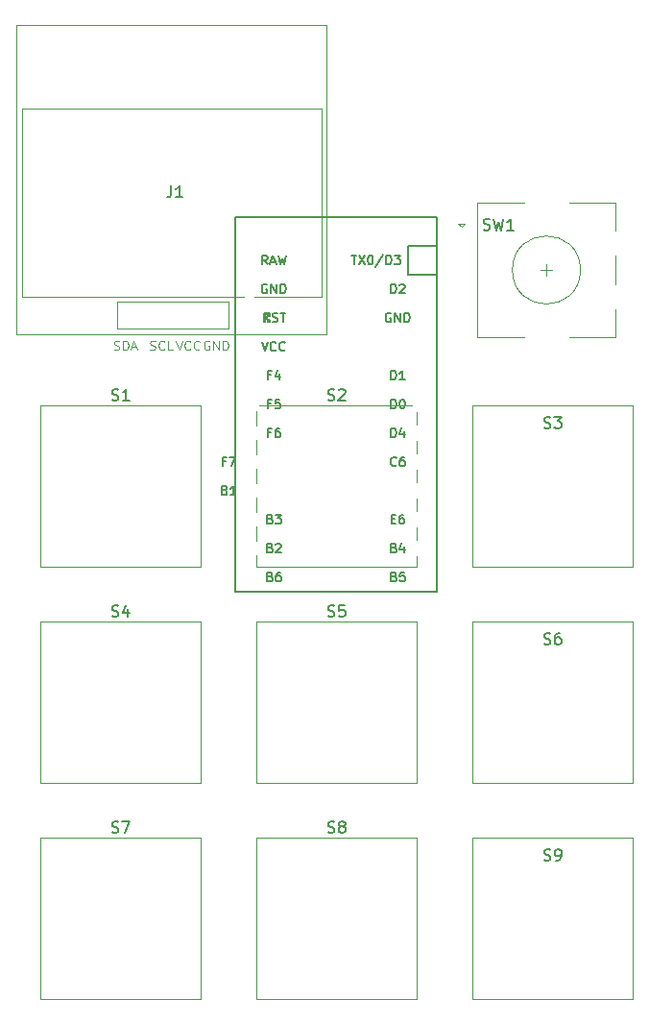
<source format=gto>
%TF.GenerationSoftware,KiCad,Pcbnew,8.0.4*%
%TF.CreationDate,2024-07-27T19:33:33+02:00*%
%TF.ProjectId,pcb_macropad,7063625f-6d61-4637-926f-7061642e6b69,rev?*%
%TF.SameCoordinates,Original*%
%TF.FileFunction,Legend,Top*%
%TF.FilePolarity,Positive*%
%FSLAX46Y46*%
G04 Gerber Fmt 4.6, Leading zero omitted, Abs format (unit mm)*
G04 Created by KiCad (PCBNEW 8.0.4) date 2024-07-27 19:33:33*
%MOMM*%
%LPD*%
G01*
G04 APERTURE LIST*
%ADD10C,0.100000*%
%ADD11C,0.150000*%
%ADD12C,0.120000*%
%ADD13C,0.200000*%
%ADD14R,1.752600X1.752600*%
%ADD15C,1.752600*%
%ADD16C,3.200000*%
%ADD17C,1.750000*%
%ADD18C,4.000000*%
%ADD19C,2.500000*%
%ADD20O,1.600000X2.000000*%
%ADD21R,2.000000X2.000000*%
%ADD22C,2.000000*%
%ADD23R,3.200000X2.000000*%
%ADD24R,1.600000X1.600000*%
%ADD25O,1.600000X1.600000*%
G04 APERTURE END LIST*
D10*
X70626979Y-48468145D02*
X70893646Y-49268145D01*
X70893646Y-49268145D02*
X71160312Y-48468145D01*
X71884122Y-49191954D02*
X71846026Y-49230050D01*
X71846026Y-49230050D02*
X71731741Y-49268145D01*
X71731741Y-49268145D02*
X71655550Y-49268145D01*
X71655550Y-49268145D02*
X71541264Y-49230050D01*
X71541264Y-49230050D02*
X71465074Y-49153859D01*
X71465074Y-49153859D02*
X71426979Y-49077669D01*
X71426979Y-49077669D02*
X71388883Y-48925288D01*
X71388883Y-48925288D02*
X71388883Y-48811002D01*
X71388883Y-48811002D02*
X71426979Y-48658621D01*
X71426979Y-48658621D02*
X71465074Y-48582430D01*
X71465074Y-48582430D02*
X71541264Y-48506240D01*
X71541264Y-48506240D02*
X71655550Y-48468145D01*
X71655550Y-48468145D02*
X71731741Y-48468145D01*
X71731741Y-48468145D02*
X71846026Y-48506240D01*
X71846026Y-48506240D02*
X71884122Y-48544335D01*
X72684122Y-49191954D02*
X72646026Y-49230050D01*
X72646026Y-49230050D02*
X72531741Y-49268145D01*
X72531741Y-49268145D02*
X72455550Y-49268145D01*
X72455550Y-49268145D02*
X72341264Y-49230050D01*
X72341264Y-49230050D02*
X72265074Y-49153859D01*
X72265074Y-49153859D02*
X72226979Y-49077669D01*
X72226979Y-49077669D02*
X72188883Y-48925288D01*
X72188883Y-48925288D02*
X72188883Y-48811002D01*
X72188883Y-48811002D02*
X72226979Y-48658621D01*
X72226979Y-48658621D02*
X72265074Y-48582430D01*
X72265074Y-48582430D02*
X72341264Y-48506240D01*
X72341264Y-48506240D02*
X72455550Y-48468145D01*
X72455550Y-48468145D02*
X72531741Y-48468145D01*
X72531741Y-48468145D02*
X72646026Y-48506240D01*
X72646026Y-48506240D02*
X72684122Y-48544335D01*
X73541562Y-48506240D02*
X73465372Y-48468145D01*
X73465372Y-48468145D02*
X73351086Y-48468145D01*
X73351086Y-48468145D02*
X73236800Y-48506240D01*
X73236800Y-48506240D02*
X73160610Y-48582430D01*
X73160610Y-48582430D02*
X73122515Y-48658621D01*
X73122515Y-48658621D02*
X73084419Y-48811002D01*
X73084419Y-48811002D02*
X73084419Y-48925288D01*
X73084419Y-48925288D02*
X73122515Y-49077669D01*
X73122515Y-49077669D02*
X73160610Y-49153859D01*
X73160610Y-49153859D02*
X73236800Y-49230050D01*
X73236800Y-49230050D02*
X73351086Y-49268145D01*
X73351086Y-49268145D02*
X73427277Y-49268145D01*
X73427277Y-49268145D02*
X73541562Y-49230050D01*
X73541562Y-49230050D02*
X73579658Y-49191954D01*
X73579658Y-49191954D02*
X73579658Y-48925288D01*
X73579658Y-48925288D02*
X73427277Y-48925288D01*
X73922515Y-49268145D02*
X73922515Y-48468145D01*
X73922515Y-48468145D02*
X74379658Y-49268145D01*
X74379658Y-49268145D02*
X74379658Y-48468145D01*
X74760610Y-49268145D02*
X74760610Y-48468145D01*
X74760610Y-48468145D02*
X74951086Y-48468145D01*
X74951086Y-48468145D02*
X75065372Y-48506240D01*
X75065372Y-48506240D02*
X75141562Y-48582430D01*
X75141562Y-48582430D02*
X75179657Y-48658621D01*
X75179657Y-48658621D02*
X75217753Y-48811002D01*
X75217753Y-48811002D02*
X75217753Y-48925288D01*
X75217753Y-48925288D02*
X75179657Y-49077669D01*
X75179657Y-49077669D02*
X75141562Y-49153859D01*
X75141562Y-49153859D02*
X75065372Y-49230050D01*
X75065372Y-49230050D02*
X74951086Y-49268145D01*
X74951086Y-49268145D02*
X74760610Y-49268145D01*
X68321919Y-49230050D02*
X68436205Y-49268145D01*
X68436205Y-49268145D02*
X68626681Y-49268145D01*
X68626681Y-49268145D02*
X68702872Y-49230050D01*
X68702872Y-49230050D02*
X68740967Y-49191954D01*
X68740967Y-49191954D02*
X68779062Y-49115764D01*
X68779062Y-49115764D02*
X68779062Y-49039573D01*
X68779062Y-49039573D02*
X68740967Y-48963383D01*
X68740967Y-48963383D02*
X68702872Y-48925288D01*
X68702872Y-48925288D02*
X68626681Y-48887192D01*
X68626681Y-48887192D02*
X68474300Y-48849097D01*
X68474300Y-48849097D02*
X68398110Y-48811002D01*
X68398110Y-48811002D02*
X68360015Y-48772907D01*
X68360015Y-48772907D02*
X68321919Y-48696716D01*
X68321919Y-48696716D02*
X68321919Y-48620526D01*
X68321919Y-48620526D02*
X68360015Y-48544335D01*
X68360015Y-48544335D02*
X68398110Y-48506240D01*
X68398110Y-48506240D02*
X68474300Y-48468145D01*
X68474300Y-48468145D02*
X68664777Y-48468145D01*
X68664777Y-48468145D02*
X68779062Y-48506240D01*
X69579063Y-49191954D02*
X69540967Y-49230050D01*
X69540967Y-49230050D02*
X69426682Y-49268145D01*
X69426682Y-49268145D02*
X69350491Y-49268145D01*
X69350491Y-49268145D02*
X69236205Y-49230050D01*
X69236205Y-49230050D02*
X69160015Y-49153859D01*
X69160015Y-49153859D02*
X69121920Y-49077669D01*
X69121920Y-49077669D02*
X69083824Y-48925288D01*
X69083824Y-48925288D02*
X69083824Y-48811002D01*
X69083824Y-48811002D02*
X69121920Y-48658621D01*
X69121920Y-48658621D02*
X69160015Y-48582430D01*
X69160015Y-48582430D02*
X69236205Y-48506240D01*
X69236205Y-48506240D02*
X69350491Y-48468145D01*
X69350491Y-48468145D02*
X69426682Y-48468145D01*
X69426682Y-48468145D02*
X69540967Y-48506240D01*
X69540967Y-48506240D02*
X69579063Y-48544335D01*
X70302872Y-49268145D02*
X69921920Y-49268145D01*
X69921920Y-49268145D02*
X69921920Y-48468145D01*
X65146919Y-49230050D02*
X65261205Y-49268145D01*
X65261205Y-49268145D02*
X65451681Y-49268145D01*
X65451681Y-49268145D02*
X65527872Y-49230050D01*
X65527872Y-49230050D02*
X65565967Y-49191954D01*
X65565967Y-49191954D02*
X65604062Y-49115764D01*
X65604062Y-49115764D02*
X65604062Y-49039573D01*
X65604062Y-49039573D02*
X65565967Y-48963383D01*
X65565967Y-48963383D02*
X65527872Y-48925288D01*
X65527872Y-48925288D02*
X65451681Y-48887192D01*
X65451681Y-48887192D02*
X65299300Y-48849097D01*
X65299300Y-48849097D02*
X65223110Y-48811002D01*
X65223110Y-48811002D02*
X65185015Y-48772907D01*
X65185015Y-48772907D02*
X65146919Y-48696716D01*
X65146919Y-48696716D02*
X65146919Y-48620526D01*
X65146919Y-48620526D02*
X65185015Y-48544335D01*
X65185015Y-48544335D02*
X65223110Y-48506240D01*
X65223110Y-48506240D02*
X65299300Y-48468145D01*
X65299300Y-48468145D02*
X65489777Y-48468145D01*
X65489777Y-48468145D02*
X65604062Y-48506240D01*
X65946920Y-49268145D02*
X65946920Y-48468145D01*
X65946920Y-48468145D02*
X66137396Y-48468145D01*
X66137396Y-48468145D02*
X66251682Y-48506240D01*
X66251682Y-48506240D02*
X66327872Y-48582430D01*
X66327872Y-48582430D02*
X66365967Y-48658621D01*
X66365967Y-48658621D02*
X66404063Y-48811002D01*
X66404063Y-48811002D02*
X66404063Y-48925288D01*
X66404063Y-48925288D02*
X66365967Y-49077669D01*
X66365967Y-49077669D02*
X66327872Y-49153859D01*
X66327872Y-49153859D02*
X66251682Y-49230050D01*
X66251682Y-49230050D02*
X66137396Y-49268145D01*
X66137396Y-49268145D02*
X65946920Y-49268145D01*
X66708824Y-49039573D02*
X67089777Y-49039573D01*
X66632634Y-49268145D02*
X66899301Y-48468145D01*
X66899301Y-48468145D02*
X67165967Y-49268145D01*
D11*
X84010595Y-72734700D02*
X84153452Y-72782319D01*
X84153452Y-72782319D02*
X84391547Y-72782319D01*
X84391547Y-72782319D02*
X84486785Y-72734700D01*
X84486785Y-72734700D02*
X84534404Y-72687080D01*
X84534404Y-72687080D02*
X84582023Y-72591842D01*
X84582023Y-72591842D02*
X84582023Y-72496604D01*
X84582023Y-72496604D02*
X84534404Y-72401366D01*
X84534404Y-72401366D02*
X84486785Y-72353747D01*
X84486785Y-72353747D02*
X84391547Y-72306128D01*
X84391547Y-72306128D02*
X84201071Y-72258509D01*
X84201071Y-72258509D02*
X84105833Y-72210890D01*
X84105833Y-72210890D02*
X84058214Y-72163271D01*
X84058214Y-72163271D02*
X84010595Y-72068033D01*
X84010595Y-72068033D02*
X84010595Y-71972795D01*
X84010595Y-71972795D02*
X84058214Y-71877557D01*
X84058214Y-71877557D02*
X84105833Y-71829938D01*
X84105833Y-71829938D02*
X84201071Y-71782319D01*
X84201071Y-71782319D02*
X84439166Y-71782319D01*
X84439166Y-71782319D02*
X84582023Y-71829938D01*
X85486785Y-71782319D02*
X85010595Y-71782319D01*
X85010595Y-71782319D02*
X84962976Y-72258509D01*
X84962976Y-72258509D02*
X85010595Y-72210890D01*
X85010595Y-72210890D02*
X85105833Y-72163271D01*
X85105833Y-72163271D02*
X85343928Y-72163271D01*
X85343928Y-72163271D02*
X85439166Y-72210890D01*
X85439166Y-72210890D02*
X85486785Y-72258509D01*
X85486785Y-72258509D02*
X85534404Y-72353747D01*
X85534404Y-72353747D02*
X85534404Y-72591842D01*
X85534404Y-72591842D02*
X85486785Y-72687080D01*
X85486785Y-72687080D02*
X85439166Y-72734700D01*
X85439166Y-72734700D02*
X85343928Y-72782319D01*
X85343928Y-72782319D02*
X85105833Y-72782319D01*
X85105833Y-72782319D02*
X85010595Y-72734700D01*
X85010595Y-72734700D02*
X84962976Y-72687080D01*
X64960595Y-72734700D02*
X65103452Y-72782319D01*
X65103452Y-72782319D02*
X65341547Y-72782319D01*
X65341547Y-72782319D02*
X65436785Y-72734700D01*
X65436785Y-72734700D02*
X65484404Y-72687080D01*
X65484404Y-72687080D02*
X65532023Y-72591842D01*
X65532023Y-72591842D02*
X65532023Y-72496604D01*
X65532023Y-72496604D02*
X65484404Y-72401366D01*
X65484404Y-72401366D02*
X65436785Y-72353747D01*
X65436785Y-72353747D02*
X65341547Y-72306128D01*
X65341547Y-72306128D02*
X65151071Y-72258509D01*
X65151071Y-72258509D02*
X65055833Y-72210890D01*
X65055833Y-72210890D02*
X65008214Y-72163271D01*
X65008214Y-72163271D02*
X64960595Y-72068033D01*
X64960595Y-72068033D02*
X64960595Y-71972795D01*
X64960595Y-71972795D02*
X65008214Y-71877557D01*
X65008214Y-71877557D02*
X65055833Y-71829938D01*
X65055833Y-71829938D02*
X65151071Y-71782319D01*
X65151071Y-71782319D02*
X65389166Y-71782319D01*
X65389166Y-71782319D02*
X65532023Y-71829938D01*
X66389166Y-72115652D02*
X66389166Y-72782319D01*
X66151071Y-71734700D02*
X65912976Y-72448985D01*
X65912976Y-72448985D02*
X66532023Y-72448985D01*
X64960595Y-53684700D02*
X65103452Y-53732319D01*
X65103452Y-53732319D02*
X65341547Y-53732319D01*
X65341547Y-53732319D02*
X65436785Y-53684700D01*
X65436785Y-53684700D02*
X65484404Y-53637080D01*
X65484404Y-53637080D02*
X65532023Y-53541842D01*
X65532023Y-53541842D02*
X65532023Y-53446604D01*
X65532023Y-53446604D02*
X65484404Y-53351366D01*
X65484404Y-53351366D02*
X65436785Y-53303747D01*
X65436785Y-53303747D02*
X65341547Y-53256128D01*
X65341547Y-53256128D02*
X65151071Y-53208509D01*
X65151071Y-53208509D02*
X65055833Y-53160890D01*
X65055833Y-53160890D02*
X65008214Y-53113271D01*
X65008214Y-53113271D02*
X64960595Y-53018033D01*
X64960595Y-53018033D02*
X64960595Y-52922795D01*
X64960595Y-52922795D02*
X65008214Y-52827557D01*
X65008214Y-52827557D02*
X65055833Y-52779938D01*
X65055833Y-52779938D02*
X65151071Y-52732319D01*
X65151071Y-52732319D02*
X65389166Y-52732319D01*
X65389166Y-52732319D02*
X65532023Y-52779938D01*
X66484404Y-53732319D02*
X65912976Y-53732319D01*
X66198690Y-53732319D02*
X66198690Y-52732319D01*
X66198690Y-52732319D02*
X66103452Y-52875176D01*
X66103452Y-52875176D02*
X66008214Y-52970414D01*
X66008214Y-52970414D02*
X65912976Y-53018033D01*
X103060595Y-75178450D02*
X103203452Y-75226069D01*
X103203452Y-75226069D02*
X103441547Y-75226069D01*
X103441547Y-75226069D02*
X103536785Y-75178450D01*
X103536785Y-75178450D02*
X103584404Y-75130830D01*
X103584404Y-75130830D02*
X103632023Y-75035592D01*
X103632023Y-75035592D02*
X103632023Y-74940354D01*
X103632023Y-74940354D02*
X103584404Y-74845116D01*
X103584404Y-74845116D02*
X103536785Y-74797497D01*
X103536785Y-74797497D02*
X103441547Y-74749878D01*
X103441547Y-74749878D02*
X103251071Y-74702259D01*
X103251071Y-74702259D02*
X103155833Y-74654640D01*
X103155833Y-74654640D02*
X103108214Y-74607021D01*
X103108214Y-74607021D02*
X103060595Y-74511783D01*
X103060595Y-74511783D02*
X103060595Y-74416545D01*
X103060595Y-74416545D02*
X103108214Y-74321307D01*
X103108214Y-74321307D02*
X103155833Y-74273688D01*
X103155833Y-74273688D02*
X103251071Y-74226069D01*
X103251071Y-74226069D02*
X103489166Y-74226069D01*
X103489166Y-74226069D02*
X103632023Y-74273688D01*
X104489166Y-74226069D02*
X104298690Y-74226069D01*
X104298690Y-74226069D02*
X104203452Y-74273688D01*
X104203452Y-74273688D02*
X104155833Y-74321307D01*
X104155833Y-74321307D02*
X104060595Y-74464164D01*
X104060595Y-74464164D02*
X104012976Y-74654640D01*
X104012976Y-74654640D02*
X104012976Y-75035592D01*
X104012976Y-75035592D02*
X104060595Y-75130830D01*
X104060595Y-75130830D02*
X104108214Y-75178450D01*
X104108214Y-75178450D02*
X104203452Y-75226069D01*
X104203452Y-75226069D02*
X104393928Y-75226069D01*
X104393928Y-75226069D02*
X104489166Y-75178450D01*
X104489166Y-75178450D02*
X104536785Y-75130830D01*
X104536785Y-75130830D02*
X104584404Y-75035592D01*
X104584404Y-75035592D02*
X104584404Y-74797497D01*
X104584404Y-74797497D02*
X104536785Y-74702259D01*
X104536785Y-74702259D02*
X104489166Y-74654640D01*
X104489166Y-74654640D02*
X104393928Y-74607021D01*
X104393928Y-74607021D02*
X104203452Y-74607021D01*
X104203452Y-74607021D02*
X104108214Y-74654640D01*
X104108214Y-74654640D02*
X104060595Y-74702259D01*
X104060595Y-74702259D02*
X104012976Y-74797497D01*
X70182916Y-34797069D02*
X70182916Y-35511354D01*
X70182916Y-35511354D02*
X70135297Y-35654211D01*
X70135297Y-35654211D02*
X70040059Y-35749450D01*
X70040059Y-35749450D02*
X69897202Y-35797069D01*
X69897202Y-35797069D02*
X69801964Y-35797069D01*
X71182916Y-35797069D02*
X70611488Y-35797069D01*
X70897202Y-35797069D02*
X70897202Y-34797069D01*
X70897202Y-34797069D02*
X70801964Y-34939926D01*
X70801964Y-34939926D02*
X70706726Y-35035164D01*
X70706726Y-35035164D02*
X70611488Y-35082783D01*
X103060595Y-94228450D02*
X103203452Y-94276069D01*
X103203452Y-94276069D02*
X103441547Y-94276069D01*
X103441547Y-94276069D02*
X103536785Y-94228450D01*
X103536785Y-94228450D02*
X103584404Y-94180830D01*
X103584404Y-94180830D02*
X103632023Y-94085592D01*
X103632023Y-94085592D02*
X103632023Y-93990354D01*
X103632023Y-93990354D02*
X103584404Y-93895116D01*
X103584404Y-93895116D02*
X103536785Y-93847497D01*
X103536785Y-93847497D02*
X103441547Y-93799878D01*
X103441547Y-93799878D02*
X103251071Y-93752259D01*
X103251071Y-93752259D02*
X103155833Y-93704640D01*
X103155833Y-93704640D02*
X103108214Y-93657021D01*
X103108214Y-93657021D02*
X103060595Y-93561783D01*
X103060595Y-93561783D02*
X103060595Y-93466545D01*
X103060595Y-93466545D02*
X103108214Y-93371307D01*
X103108214Y-93371307D02*
X103155833Y-93323688D01*
X103155833Y-93323688D02*
X103251071Y-93276069D01*
X103251071Y-93276069D02*
X103489166Y-93276069D01*
X103489166Y-93276069D02*
X103632023Y-93323688D01*
X104108214Y-94276069D02*
X104298690Y-94276069D01*
X104298690Y-94276069D02*
X104393928Y-94228450D01*
X104393928Y-94228450D02*
X104441547Y-94180830D01*
X104441547Y-94180830D02*
X104536785Y-94037973D01*
X104536785Y-94037973D02*
X104584404Y-93847497D01*
X104584404Y-93847497D02*
X104584404Y-93466545D01*
X104584404Y-93466545D02*
X104536785Y-93371307D01*
X104536785Y-93371307D02*
X104489166Y-93323688D01*
X104489166Y-93323688D02*
X104393928Y-93276069D01*
X104393928Y-93276069D02*
X104203452Y-93276069D01*
X104203452Y-93276069D02*
X104108214Y-93323688D01*
X104108214Y-93323688D02*
X104060595Y-93371307D01*
X104060595Y-93371307D02*
X104012976Y-93466545D01*
X104012976Y-93466545D02*
X104012976Y-93704640D01*
X104012976Y-93704640D02*
X104060595Y-93799878D01*
X104060595Y-93799878D02*
X104108214Y-93847497D01*
X104108214Y-93847497D02*
X104203452Y-93895116D01*
X104203452Y-93895116D02*
X104393928Y-93895116D01*
X104393928Y-93895116D02*
X104489166Y-93847497D01*
X104489166Y-93847497D02*
X104536785Y-93799878D01*
X104536785Y-93799878D02*
X104584404Y-93704640D01*
X84010595Y-91784700D02*
X84153452Y-91832319D01*
X84153452Y-91832319D02*
X84391547Y-91832319D01*
X84391547Y-91832319D02*
X84486785Y-91784700D01*
X84486785Y-91784700D02*
X84534404Y-91737080D01*
X84534404Y-91737080D02*
X84582023Y-91641842D01*
X84582023Y-91641842D02*
X84582023Y-91546604D01*
X84582023Y-91546604D02*
X84534404Y-91451366D01*
X84534404Y-91451366D02*
X84486785Y-91403747D01*
X84486785Y-91403747D02*
X84391547Y-91356128D01*
X84391547Y-91356128D02*
X84201071Y-91308509D01*
X84201071Y-91308509D02*
X84105833Y-91260890D01*
X84105833Y-91260890D02*
X84058214Y-91213271D01*
X84058214Y-91213271D02*
X84010595Y-91118033D01*
X84010595Y-91118033D02*
X84010595Y-91022795D01*
X84010595Y-91022795D02*
X84058214Y-90927557D01*
X84058214Y-90927557D02*
X84105833Y-90879938D01*
X84105833Y-90879938D02*
X84201071Y-90832319D01*
X84201071Y-90832319D02*
X84439166Y-90832319D01*
X84439166Y-90832319D02*
X84582023Y-90879938D01*
X85153452Y-91260890D02*
X85058214Y-91213271D01*
X85058214Y-91213271D02*
X85010595Y-91165652D01*
X85010595Y-91165652D02*
X84962976Y-91070414D01*
X84962976Y-91070414D02*
X84962976Y-91022795D01*
X84962976Y-91022795D02*
X85010595Y-90927557D01*
X85010595Y-90927557D02*
X85058214Y-90879938D01*
X85058214Y-90879938D02*
X85153452Y-90832319D01*
X85153452Y-90832319D02*
X85343928Y-90832319D01*
X85343928Y-90832319D02*
X85439166Y-90879938D01*
X85439166Y-90879938D02*
X85486785Y-90927557D01*
X85486785Y-90927557D02*
X85534404Y-91022795D01*
X85534404Y-91022795D02*
X85534404Y-91070414D01*
X85534404Y-91070414D02*
X85486785Y-91165652D01*
X85486785Y-91165652D02*
X85439166Y-91213271D01*
X85439166Y-91213271D02*
X85343928Y-91260890D01*
X85343928Y-91260890D02*
X85153452Y-91260890D01*
X85153452Y-91260890D02*
X85058214Y-91308509D01*
X85058214Y-91308509D02*
X85010595Y-91356128D01*
X85010595Y-91356128D02*
X84962976Y-91451366D01*
X84962976Y-91451366D02*
X84962976Y-91641842D01*
X84962976Y-91641842D02*
X85010595Y-91737080D01*
X85010595Y-91737080D02*
X85058214Y-91784700D01*
X85058214Y-91784700D02*
X85153452Y-91832319D01*
X85153452Y-91832319D02*
X85343928Y-91832319D01*
X85343928Y-91832319D02*
X85439166Y-91784700D01*
X85439166Y-91784700D02*
X85486785Y-91737080D01*
X85486785Y-91737080D02*
X85534404Y-91641842D01*
X85534404Y-91641842D02*
X85534404Y-91451366D01*
X85534404Y-91451366D02*
X85486785Y-91356128D01*
X85486785Y-91356128D02*
X85439166Y-91308509D01*
X85439166Y-91308509D02*
X85343928Y-91260890D01*
X84010595Y-53684700D02*
X84153452Y-53732319D01*
X84153452Y-53732319D02*
X84391547Y-53732319D01*
X84391547Y-53732319D02*
X84486785Y-53684700D01*
X84486785Y-53684700D02*
X84534404Y-53637080D01*
X84534404Y-53637080D02*
X84582023Y-53541842D01*
X84582023Y-53541842D02*
X84582023Y-53446604D01*
X84582023Y-53446604D02*
X84534404Y-53351366D01*
X84534404Y-53351366D02*
X84486785Y-53303747D01*
X84486785Y-53303747D02*
X84391547Y-53256128D01*
X84391547Y-53256128D02*
X84201071Y-53208509D01*
X84201071Y-53208509D02*
X84105833Y-53160890D01*
X84105833Y-53160890D02*
X84058214Y-53113271D01*
X84058214Y-53113271D02*
X84010595Y-53018033D01*
X84010595Y-53018033D02*
X84010595Y-52922795D01*
X84010595Y-52922795D02*
X84058214Y-52827557D01*
X84058214Y-52827557D02*
X84105833Y-52779938D01*
X84105833Y-52779938D02*
X84201071Y-52732319D01*
X84201071Y-52732319D02*
X84439166Y-52732319D01*
X84439166Y-52732319D02*
X84582023Y-52779938D01*
X84962976Y-52827557D02*
X85010595Y-52779938D01*
X85010595Y-52779938D02*
X85105833Y-52732319D01*
X85105833Y-52732319D02*
X85343928Y-52732319D01*
X85343928Y-52732319D02*
X85439166Y-52779938D01*
X85439166Y-52779938D02*
X85486785Y-52827557D01*
X85486785Y-52827557D02*
X85534404Y-52922795D01*
X85534404Y-52922795D02*
X85534404Y-53018033D01*
X85534404Y-53018033D02*
X85486785Y-53160890D01*
X85486785Y-53160890D02*
X84915357Y-53732319D01*
X84915357Y-53732319D02*
X85534404Y-53732319D01*
X64960595Y-91784700D02*
X65103452Y-91832319D01*
X65103452Y-91832319D02*
X65341547Y-91832319D01*
X65341547Y-91832319D02*
X65436785Y-91784700D01*
X65436785Y-91784700D02*
X65484404Y-91737080D01*
X65484404Y-91737080D02*
X65532023Y-91641842D01*
X65532023Y-91641842D02*
X65532023Y-91546604D01*
X65532023Y-91546604D02*
X65484404Y-91451366D01*
X65484404Y-91451366D02*
X65436785Y-91403747D01*
X65436785Y-91403747D02*
X65341547Y-91356128D01*
X65341547Y-91356128D02*
X65151071Y-91308509D01*
X65151071Y-91308509D02*
X65055833Y-91260890D01*
X65055833Y-91260890D02*
X65008214Y-91213271D01*
X65008214Y-91213271D02*
X64960595Y-91118033D01*
X64960595Y-91118033D02*
X64960595Y-91022795D01*
X64960595Y-91022795D02*
X65008214Y-90927557D01*
X65008214Y-90927557D02*
X65055833Y-90879938D01*
X65055833Y-90879938D02*
X65151071Y-90832319D01*
X65151071Y-90832319D02*
X65389166Y-90832319D01*
X65389166Y-90832319D02*
X65532023Y-90879938D01*
X65865357Y-90832319D02*
X66532023Y-90832319D01*
X66532023Y-90832319D02*
X66103452Y-91832319D01*
X97726667Y-38665950D02*
X97869524Y-38713569D01*
X97869524Y-38713569D02*
X98107619Y-38713569D01*
X98107619Y-38713569D02*
X98202857Y-38665950D01*
X98202857Y-38665950D02*
X98250476Y-38618330D01*
X98250476Y-38618330D02*
X98298095Y-38523092D01*
X98298095Y-38523092D02*
X98298095Y-38427854D01*
X98298095Y-38427854D02*
X98250476Y-38332616D01*
X98250476Y-38332616D02*
X98202857Y-38284997D01*
X98202857Y-38284997D02*
X98107619Y-38237378D01*
X98107619Y-38237378D02*
X97917143Y-38189759D01*
X97917143Y-38189759D02*
X97821905Y-38142140D01*
X97821905Y-38142140D02*
X97774286Y-38094521D01*
X97774286Y-38094521D02*
X97726667Y-37999283D01*
X97726667Y-37999283D02*
X97726667Y-37904045D01*
X97726667Y-37904045D02*
X97774286Y-37808807D01*
X97774286Y-37808807D02*
X97821905Y-37761188D01*
X97821905Y-37761188D02*
X97917143Y-37713569D01*
X97917143Y-37713569D02*
X98155238Y-37713569D01*
X98155238Y-37713569D02*
X98298095Y-37761188D01*
X98631429Y-37713569D02*
X98869524Y-38713569D01*
X98869524Y-38713569D02*
X99060000Y-37999283D01*
X99060000Y-37999283D02*
X99250476Y-38713569D01*
X99250476Y-38713569D02*
X99488572Y-37713569D01*
X100393333Y-38713569D02*
X99821905Y-38713569D01*
X100107619Y-38713569D02*
X100107619Y-37713569D01*
X100107619Y-37713569D02*
X100012381Y-37856426D01*
X100012381Y-37856426D02*
X99917143Y-37951664D01*
X99917143Y-37951664D02*
X99821905Y-37999283D01*
X103060595Y-56128450D02*
X103203452Y-56176069D01*
X103203452Y-56176069D02*
X103441547Y-56176069D01*
X103441547Y-56176069D02*
X103536785Y-56128450D01*
X103536785Y-56128450D02*
X103584404Y-56080830D01*
X103584404Y-56080830D02*
X103632023Y-55985592D01*
X103632023Y-55985592D02*
X103632023Y-55890354D01*
X103632023Y-55890354D02*
X103584404Y-55795116D01*
X103584404Y-55795116D02*
X103536785Y-55747497D01*
X103536785Y-55747497D02*
X103441547Y-55699878D01*
X103441547Y-55699878D02*
X103251071Y-55652259D01*
X103251071Y-55652259D02*
X103155833Y-55604640D01*
X103155833Y-55604640D02*
X103108214Y-55557021D01*
X103108214Y-55557021D02*
X103060595Y-55461783D01*
X103060595Y-55461783D02*
X103060595Y-55366545D01*
X103060595Y-55366545D02*
X103108214Y-55271307D01*
X103108214Y-55271307D02*
X103155833Y-55223688D01*
X103155833Y-55223688D02*
X103251071Y-55176069D01*
X103251071Y-55176069D02*
X103489166Y-55176069D01*
X103489166Y-55176069D02*
X103632023Y-55223688D01*
X103965357Y-55176069D02*
X104584404Y-55176069D01*
X104584404Y-55176069D02*
X104251071Y-55557021D01*
X104251071Y-55557021D02*
X104393928Y-55557021D01*
X104393928Y-55557021D02*
X104489166Y-55604640D01*
X104489166Y-55604640D02*
X104536785Y-55652259D01*
X104536785Y-55652259D02*
X104584404Y-55747497D01*
X104584404Y-55747497D02*
X104584404Y-55985592D01*
X104584404Y-55985592D02*
X104536785Y-56080830D01*
X104536785Y-56080830D02*
X104489166Y-56128450D01*
X104489166Y-56128450D02*
X104393928Y-56176069D01*
X104393928Y-56176069D02*
X104108214Y-56176069D01*
X104108214Y-56176069D02*
X104012976Y-56128450D01*
X104012976Y-56128450D02*
X103965357Y-56080830D01*
X86078895Y-40944795D02*
X86536038Y-40944795D01*
X86307466Y-41744795D02*
X86307466Y-40944795D01*
X86726514Y-40944795D02*
X87259848Y-41744795D01*
X87259848Y-40944795D02*
X86726514Y-41744795D01*
X87716991Y-40944795D02*
X87793181Y-40944795D01*
X87793181Y-40944795D02*
X87869372Y-40982890D01*
X87869372Y-40982890D02*
X87907467Y-41020985D01*
X87907467Y-41020985D02*
X87945562Y-41097176D01*
X87945562Y-41097176D02*
X87983657Y-41249557D01*
X87983657Y-41249557D02*
X87983657Y-41440033D01*
X87983657Y-41440033D02*
X87945562Y-41592414D01*
X87945562Y-41592414D02*
X87907467Y-41668604D01*
X87907467Y-41668604D02*
X87869372Y-41706700D01*
X87869372Y-41706700D02*
X87793181Y-41744795D01*
X87793181Y-41744795D02*
X87716991Y-41744795D01*
X87716991Y-41744795D02*
X87640800Y-41706700D01*
X87640800Y-41706700D02*
X87602705Y-41668604D01*
X87602705Y-41668604D02*
X87564610Y-41592414D01*
X87564610Y-41592414D02*
X87526514Y-41440033D01*
X87526514Y-41440033D02*
X87526514Y-41249557D01*
X87526514Y-41249557D02*
X87564610Y-41097176D01*
X87564610Y-41097176D02*
X87602705Y-41020985D01*
X87602705Y-41020985D02*
X87640800Y-40982890D01*
X87640800Y-40982890D02*
X87716991Y-40944795D01*
X88897943Y-40906700D02*
X88212229Y-41935271D01*
X89164610Y-41744795D02*
X89164610Y-40944795D01*
X89164610Y-40944795D02*
X89355086Y-40944795D01*
X89355086Y-40944795D02*
X89469372Y-40982890D01*
X89469372Y-40982890D02*
X89545562Y-41059080D01*
X89545562Y-41059080D02*
X89583657Y-41135271D01*
X89583657Y-41135271D02*
X89621753Y-41287652D01*
X89621753Y-41287652D02*
X89621753Y-41401938D01*
X89621753Y-41401938D02*
X89583657Y-41554319D01*
X89583657Y-41554319D02*
X89545562Y-41630509D01*
X89545562Y-41630509D02*
X89469372Y-41706700D01*
X89469372Y-41706700D02*
X89355086Y-41744795D01*
X89355086Y-41744795D02*
X89164610Y-41744795D01*
X89888419Y-40944795D02*
X90383657Y-40944795D01*
X90383657Y-40944795D02*
X90116991Y-41249557D01*
X90116991Y-41249557D02*
X90231276Y-41249557D01*
X90231276Y-41249557D02*
X90307467Y-41287652D01*
X90307467Y-41287652D02*
X90345562Y-41325747D01*
X90345562Y-41325747D02*
X90383657Y-41401938D01*
X90383657Y-41401938D02*
X90383657Y-41592414D01*
X90383657Y-41592414D02*
X90345562Y-41668604D01*
X90345562Y-41668604D02*
X90307467Y-41706700D01*
X90307467Y-41706700D02*
X90231276Y-41744795D01*
X90231276Y-41744795D02*
X90002705Y-41744795D01*
X90002705Y-41744795D02*
X89926514Y-41706700D01*
X89926514Y-41706700D02*
X89888419Y-41668604D01*
X78626976Y-43522890D02*
X78550786Y-43484795D01*
X78550786Y-43484795D02*
X78436500Y-43484795D01*
X78436500Y-43484795D02*
X78322214Y-43522890D01*
X78322214Y-43522890D02*
X78246024Y-43599080D01*
X78246024Y-43599080D02*
X78207929Y-43675271D01*
X78207929Y-43675271D02*
X78169833Y-43827652D01*
X78169833Y-43827652D02*
X78169833Y-43941938D01*
X78169833Y-43941938D02*
X78207929Y-44094319D01*
X78207929Y-44094319D02*
X78246024Y-44170509D01*
X78246024Y-44170509D02*
X78322214Y-44246700D01*
X78322214Y-44246700D02*
X78436500Y-44284795D01*
X78436500Y-44284795D02*
X78512691Y-44284795D01*
X78512691Y-44284795D02*
X78626976Y-44246700D01*
X78626976Y-44246700D02*
X78665072Y-44208604D01*
X78665072Y-44208604D02*
X78665072Y-43941938D01*
X78665072Y-43941938D02*
X78512691Y-43941938D01*
X79007929Y-44284795D02*
X79007929Y-43484795D01*
X79007929Y-43484795D02*
X79465072Y-44284795D01*
X79465072Y-44284795D02*
X79465072Y-43484795D01*
X79846024Y-44284795D02*
X79846024Y-43484795D01*
X79846024Y-43484795D02*
X80036500Y-43484795D01*
X80036500Y-43484795D02*
X80150786Y-43522890D01*
X80150786Y-43522890D02*
X80226976Y-43599080D01*
X80226976Y-43599080D02*
X80265071Y-43675271D01*
X80265071Y-43675271D02*
X80303167Y-43827652D01*
X80303167Y-43827652D02*
X80303167Y-43941938D01*
X80303167Y-43941938D02*
X80265071Y-44094319D01*
X80265071Y-44094319D02*
X80226976Y-44170509D01*
X80226976Y-44170509D02*
X80150786Y-44246700D01*
X80150786Y-44246700D02*
X80036500Y-44284795D01*
X80036500Y-44284795D02*
X79846024Y-44284795D01*
X89568024Y-54444795D02*
X89568024Y-53644795D01*
X89568024Y-53644795D02*
X89758500Y-53644795D01*
X89758500Y-53644795D02*
X89872786Y-53682890D01*
X89872786Y-53682890D02*
X89948976Y-53759080D01*
X89948976Y-53759080D02*
X89987071Y-53835271D01*
X89987071Y-53835271D02*
X90025167Y-53987652D01*
X90025167Y-53987652D02*
X90025167Y-54101938D01*
X90025167Y-54101938D02*
X89987071Y-54254319D01*
X89987071Y-54254319D02*
X89948976Y-54330509D01*
X89948976Y-54330509D02*
X89872786Y-54406700D01*
X89872786Y-54406700D02*
X89758500Y-54444795D01*
X89758500Y-54444795D02*
X89568024Y-54444795D01*
X90520405Y-53644795D02*
X90596595Y-53644795D01*
X90596595Y-53644795D02*
X90672786Y-53682890D01*
X90672786Y-53682890D02*
X90710881Y-53720985D01*
X90710881Y-53720985D02*
X90748976Y-53797176D01*
X90748976Y-53797176D02*
X90787071Y-53949557D01*
X90787071Y-53949557D02*
X90787071Y-54140033D01*
X90787071Y-54140033D02*
X90748976Y-54292414D01*
X90748976Y-54292414D02*
X90710881Y-54368604D01*
X90710881Y-54368604D02*
X90672786Y-54406700D01*
X90672786Y-54406700D02*
X90596595Y-54444795D01*
X90596595Y-54444795D02*
X90520405Y-54444795D01*
X90520405Y-54444795D02*
X90444214Y-54406700D01*
X90444214Y-54406700D02*
X90406119Y-54368604D01*
X90406119Y-54368604D02*
X90368024Y-54292414D01*
X90368024Y-54292414D02*
X90329928Y-54140033D01*
X90329928Y-54140033D02*
X90329928Y-53949557D01*
X90329928Y-53949557D02*
X90368024Y-53797176D01*
X90368024Y-53797176D02*
X90406119Y-53720985D01*
X90406119Y-53720985D02*
X90444214Y-53682890D01*
X90444214Y-53682890D02*
X90520405Y-53644795D01*
X78969833Y-54025747D02*
X78703167Y-54025747D01*
X78703167Y-54444795D02*
X78703167Y-53644795D01*
X78703167Y-53644795D02*
X79084119Y-53644795D01*
X79769833Y-53644795D02*
X79388881Y-53644795D01*
X79388881Y-53644795D02*
X79350785Y-54025747D01*
X79350785Y-54025747D02*
X79388881Y-53987652D01*
X79388881Y-53987652D02*
X79465071Y-53949557D01*
X79465071Y-53949557D02*
X79655547Y-53949557D01*
X79655547Y-53949557D02*
X79731738Y-53987652D01*
X79731738Y-53987652D02*
X79769833Y-54025747D01*
X79769833Y-54025747D02*
X79807928Y-54101938D01*
X79807928Y-54101938D02*
X79807928Y-54292414D01*
X79807928Y-54292414D02*
X79769833Y-54368604D01*
X79769833Y-54368604D02*
X79731738Y-54406700D01*
X79731738Y-54406700D02*
X79655547Y-54444795D01*
X79655547Y-54444795D02*
X79465071Y-54444795D01*
X79465071Y-54444795D02*
X79388881Y-54406700D01*
X79388881Y-54406700D02*
X79350785Y-54368604D01*
X78169833Y-48564795D02*
X78436500Y-49364795D01*
X78436500Y-49364795D02*
X78703166Y-48564795D01*
X79426976Y-49288604D02*
X79388880Y-49326700D01*
X79388880Y-49326700D02*
X79274595Y-49364795D01*
X79274595Y-49364795D02*
X79198404Y-49364795D01*
X79198404Y-49364795D02*
X79084118Y-49326700D01*
X79084118Y-49326700D02*
X79007928Y-49250509D01*
X79007928Y-49250509D02*
X78969833Y-49174319D01*
X78969833Y-49174319D02*
X78931737Y-49021938D01*
X78931737Y-49021938D02*
X78931737Y-48907652D01*
X78931737Y-48907652D02*
X78969833Y-48755271D01*
X78969833Y-48755271D02*
X79007928Y-48679080D01*
X79007928Y-48679080D02*
X79084118Y-48602890D01*
X79084118Y-48602890D02*
X79198404Y-48564795D01*
X79198404Y-48564795D02*
X79274595Y-48564795D01*
X79274595Y-48564795D02*
X79388880Y-48602890D01*
X79388880Y-48602890D02*
X79426976Y-48640985D01*
X80226976Y-49288604D02*
X80188880Y-49326700D01*
X80188880Y-49326700D02*
X80074595Y-49364795D01*
X80074595Y-49364795D02*
X79998404Y-49364795D01*
X79998404Y-49364795D02*
X79884118Y-49326700D01*
X79884118Y-49326700D02*
X79807928Y-49250509D01*
X79807928Y-49250509D02*
X79769833Y-49174319D01*
X79769833Y-49174319D02*
X79731737Y-49021938D01*
X79731737Y-49021938D02*
X79731737Y-48907652D01*
X79731737Y-48907652D02*
X79769833Y-48755271D01*
X79769833Y-48755271D02*
X79807928Y-48679080D01*
X79807928Y-48679080D02*
X79884118Y-48602890D01*
X79884118Y-48602890D02*
X79998404Y-48564795D01*
X79998404Y-48564795D02*
X80074595Y-48564795D01*
X80074595Y-48564795D02*
X80188880Y-48602890D01*
X80188880Y-48602890D02*
X80226976Y-48640985D01*
X78684119Y-41744795D02*
X78417452Y-41363842D01*
X78226976Y-41744795D02*
X78226976Y-40944795D01*
X78226976Y-40944795D02*
X78531738Y-40944795D01*
X78531738Y-40944795D02*
X78607928Y-40982890D01*
X78607928Y-40982890D02*
X78646023Y-41020985D01*
X78646023Y-41020985D02*
X78684119Y-41097176D01*
X78684119Y-41097176D02*
X78684119Y-41211461D01*
X78684119Y-41211461D02*
X78646023Y-41287652D01*
X78646023Y-41287652D02*
X78607928Y-41325747D01*
X78607928Y-41325747D02*
X78531738Y-41363842D01*
X78531738Y-41363842D02*
X78226976Y-41363842D01*
X78988880Y-41516223D02*
X79369833Y-41516223D01*
X78912690Y-41744795D02*
X79179357Y-40944795D01*
X79179357Y-40944795D02*
X79446023Y-41744795D01*
X79636499Y-40944795D02*
X79826975Y-41744795D01*
X79826975Y-41744795D02*
X79979356Y-41173366D01*
X79979356Y-41173366D02*
X80131737Y-41744795D01*
X80131737Y-41744795D02*
X80322214Y-40944795D01*
X78912690Y-69265747D02*
X79026976Y-69303842D01*
X79026976Y-69303842D02*
X79065071Y-69341938D01*
X79065071Y-69341938D02*
X79103167Y-69418128D01*
X79103167Y-69418128D02*
X79103167Y-69532414D01*
X79103167Y-69532414D02*
X79065071Y-69608604D01*
X79065071Y-69608604D02*
X79026976Y-69646700D01*
X79026976Y-69646700D02*
X78950786Y-69684795D01*
X78950786Y-69684795D02*
X78646024Y-69684795D01*
X78646024Y-69684795D02*
X78646024Y-68884795D01*
X78646024Y-68884795D02*
X78912690Y-68884795D01*
X78912690Y-68884795D02*
X78988881Y-68922890D01*
X78988881Y-68922890D02*
X79026976Y-68960985D01*
X79026976Y-68960985D02*
X79065071Y-69037176D01*
X79065071Y-69037176D02*
X79065071Y-69113366D01*
X79065071Y-69113366D02*
X79026976Y-69189557D01*
X79026976Y-69189557D02*
X78988881Y-69227652D01*
X78988881Y-69227652D02*
X78912690Y-69265747D01*
X78912690Y-69265747D02*
X78646024Y-69265747D01*
X79788881Y-68884795D02*
X79636500Y-68884795D01*
X79636500Y-68884795D02*
X79560309Y-68922890D01*
X79560309Y-68922890D02*
X79522214Y-68960985D01*
X79522214Y-68960985D02*
X79446024Y-69075271D01*
X79446024Y-69075271D02*
X79407928Y-69227652D01*
X79407928Y-69227652D02*
X79407928Y-69532414D01*
X79407928Y-69532414D02*
X79446024Y-69608604D01*
X79446024Y-69608604D02*
X79484119Y-69646700D01*
X79484119Y-69646700D02*
X79560309Y-69684795D01*
X79560309Y-69684795D02*
X79712690Y-69684795D01*
X79712690Y-69684795D02*
X79788881Y-69646700D01*
X79788881Y-69646700D02*
X79826976Y-69608604D01*
X79826976Y-69608604D02*
X79865071Y-69532414D01*
X79865071Y-69532414D02*
X79865071Y-69341938D01*
X79865071Y-69341938D02*
X79826976Y-69265747D01*
X79826976Y-69265747D02*
X79788881Y-69227652D01*
X79788881Y-69227652D02*
X79712690Y-69189557D01*
X79712690Y-69189557D02*
X79560309Y-69189557D01*
X79560309Y-69189557D02*
X79484119Y-69227652D01*
X79484119Y-69227652D02*
X79446024Y-69265747D01*
X79446024Y-69265747D02*
X79407928Y-69341938D01*
X89568024Y-44284795D02*
X89568024Y-43484795D01*
X89568024Y-43484795D02*
X89758500Y-43484795D01*
X89758500Y-43484795D02*
X89872786Y-43522890D01*
X89872786Y-43522890D02*
X89948976Y-43599080D01*
X89948976Y-43599080D02*
X89987071Y-43675271D01*
X89987071Y-43675271D02*
X90025167Y-43827652D01*
X90025167Y-43827652D02*
X90025167Y-43941938D01*
X90025167Y-43941938D02*
X89987071Y-44094319D01*
X89987071Y-44094319D02*
X89948976Y-44170509D01*
X89948976Y-44170509D02*
X89872786Y-44246700D01*
X89872786Y-44246700D02*
X89758500Y-44284795D01*
X89758500Y-44284795D02*
X89568024Y-44284795D01*
X90329928Y-43560985D02*
X90368024Y-43522890D01*
X90368024Y-43522890D02*
X90444214Y-43484795D01*
X90444214Y-43484795D02*
X90634690Y-43484795D01*
X90634690Y-43484795D02*
X90710881Y-43522890D01*
X90710881Y-43522890D02*
X90748976Y-43560985D01*
X90748976Y-43560985D02*
X90787071Y-43637176D01*
X90787071Y-43637176D02*
X90787071Y-43713366D01*
X90787071Y-43713366D02*
X90748976Y-43827652D01*
X90748976Y-43827652D02*
X90291833Y-44284795D01*
X90291833Y-44284795D02*
X90787071Y-44284795D01*
X78969833Y-51485747D02*
X78703167Y-51485747D01*
X78703167Y-51904795D02*
X78703167Y-51104795D01*
X78703167Y-51104795D02*
X79084119Y-51104795D01*
X79731738Y-51371461D02*
X79731738Y-51904795D01*
X79541262Y-51066700D02*
X79350785Y-51638128D01*
X79350785Y-51638128D02*
X79846024Y-51638128D01*
X74980833Y-59105747D02*
X74714167Y-59105747D01*
X74714167Y-59524795D02*
X74714167Y-58724795D01*
X74714167Y-58724795D02*
X75095119Y-58724795D01*
X75323690Y-58724795D02*
X75857024Y-58724795D01*
X75857024Y-58724795D02*
X75514166Y-59524795D01*
X89834690Y-66725747D02*
X89948976Y-66763842D01*
X89948976Y-66763842D02*
X89987071Y-66801938D01*
X89987071Y-66801938D02*
X90025167Y-66878128D01*
X90025167Y-66878128D02*
X90025167Y-66992414D01*
X90025167Y-66992414D02*
X89987071Y-67068604D01*
X89987071Y-67068604D02*
X89948976Y-67106700D01*
X89948976Y-67106700D02*
X89872786Y-67144795D01*
X89872786Y-67144795D02*
X89568024Y-67144795D01*
X89568024Y-67144795D02*
X89568024Y-66344795D01*
X89568024Y-66344795D02*
X89834690Y-66344795D01*
X89834690Y-66344795D02*
X89910881Y-66382890D01*
X89910881Y-66382890D02*
X89948976Y-66420985D01*
X89948976Y-66420985D02*
X89987071Y-66497176D01*
X89987071Y-66497176D02*
X89987071Y-66573366D01*
X89987071Y-66573366D02*
X89948976Y-66649557D01*
X89948976Y-66649557D02*
X89910881Y-66687652D01*
X89910881Y-66687652D02*
X89834690Y-66725747D01*
X89834690Y-66725747D02*
X89568024Y-66725747D01*
X90710881Y-66611461D02*
X90710881Y-67144795D01*
X90520405Y-66306700D02*
X90329928Y-66878128D01*
X90329928Y-66878128D02*
X90825167Y-66878128D01*
X78912690Y-64185747D02*
X79026976Y-64223842D01*
X79026976Y-64223842D02*
X79065071Y-64261938D01*
X79065071Y-64261938D02*
X79103167Y-64338128D01*
X79103167Y-64338128D02*
X79103167Y-64452414D01*
X79103167Y-64452414D02*
X79065071Y-64528604D01*
X79065071Y-64528604D02*
X79026976Y-64566700D01*
X79026976Y-64566700D02*
X78950786Y-64604795D01*
X78950786Y-64604795D02*
X78646024Y-64604795D01*
X78646024Y-64604795D02*
X78646024Y-63804795D01*
X78646024Y-63804795D02*
X78912690Y-63804795D01*
X78912690Y-63804795D02*
X78988881Y-63842890D01*
X78988881Y-63842890D02*
X79026976Y-63880985D01*
X79026976Y-63880985D02*
X79065071Y-63957176D01*
X79065071Y-63957176D02*
X79065071Y-64033366D01*
X79065071Y-64033366D02*
X79026976Y-64109557D01*
X79026976Y-64109557D02*
X78988881Y-64147652D01*
X78988881Y-64147652D02*
X78912690Y-64185747D01*
X78912690Y-64185747D02*
X78646024Y-64185747D01*
X79369833Y-63804795D02*
X79865071Y-63804795D01*
X79865071Y-63804795D02*
X79598405Y-64109557D01*
X79598405Y-64109557D02*
X79712690Y-64109557D01*
X79712690Y-64109557D02*
X79788881Y-64147652D01*
X79788881Y-64147652D02*
X79826976Y-64185747D01*
X79826976Y-64185747D02*
X79865071Y-64261938D01*
X79865071Y-64261938D02*
X79865071Y-64452414D01*
X79865071Y-64452414D02*
X79826976Y-64528604D01*
X79826976Y-64528604D02*
X79788881Y-64566700D01*
X79788881Y-64566700D02*
X79712690Y-64604795D01*
X79712690Y-64604795D02*
X79484119Y-64604795D01*
X79484119Y-64604795D02*
X79407928Y-64566700D01*
X79407928Y-64566700D02*
X79369833Y-64528604D01*
X89568024Y-51904795D02*
X89568024Y-51104795D01*
X89568024Y-51104795D02*
X89758500Y-51104795D01*
X89758500Y-51104795D02*
X89872786Y-51142890D01*
X89872786Y-51142890D02*
X89948976Y-51219080D01*
X89948976Y-51219080D02*
X89987071Y-51295271D01*
X89987071Y-51295271D02*
X90025167Y-51447652D01*
X90025167Y-51447652D02*
X90025167Y-51561938D01*
X90025167Y-51561938D02*
X89987071Y-51714319D01*
X89987071Y-51714319D02*
X89948976Y-51790509D01*
X89948976Y-51790509D02*
X89872786Y-51866700D01*
X89872786Y-51866700D02*
X89758500Y-51904795D01*
X89758500Y-51904795D02*
X89568024Y-51904795D01*
X90787071Y-51904795D02*
X90329928Y-51904795D01*
X90558500Y-51904795D02*
X90558500Y-51104795D01*
X90558500Y-51104795D02*
X90482309Y-51219080D01*
X90482309Y-51219080D02*
X90406119Y-51295271D01*
X90406119Y-51295271D02*
X90329928Y-51333366D01*
X89606119Y-64185747D02*
X89872785Y-64185747D01*
X89987071Y-64604795D02*
X89606119Y-64604795D01*
X89606119Y-64604795D02*
X89606119Y-63804795D01*
X89606119Y-63804795D02*
X89987071Y-63804795D01*
X90672786Y-63804795D02*
X90520405Y-63804795D01*
X90520405Y-63804795D02*
X90444214Y-63842890D01*
X90444214Y-63842890D02*
X90406119Y-63880985D01*
X90406119Y-63880985D02*
X90329929Y-63995271D01*
X90329929Y-63995271D02*
X90291833Y-64147652D01*
X90291833Y-64147652D02*
X90291833Y-64452414D01*
X90291833Y-64452414D02*
X90329929Y-64528604D01*
X90329929Y-64528604D02*
X90368024Y-64566700D01*
X90368024Y-64566700D02*
X90444214Y-64604795D01*
X90444214Y-64604795D02*
X90596595Y-64604795D01*
X90596595Y-64604795D02*
X90672786Y-64566700D01*
X90672786Y-64566700D02*
X90710881Y-64528604D01*
X90710881Y-64528604D02*
X90748976Y-64452414D01*
X90748976Y-64452414D02*
X90748976Y-64261938D01*
X90748976Y-64261938D02*
X90710881Y-64185747D01*
X90710881Y-64185747D02*
X90672786Y-64147652D01*
X90672786Y-64147652D02*
X90596595Y-64109557D01*
X90596595Y-64109557D02*
X90444214Y-64109557D01*
X90444214Y-64109557D02*
X90368024Y-64147652D01*
X90368024Y-64147652D02*
X90329929Y-64185747D01*
X90329929Y-64185747D02*
X90291833Y-64261938D01*
X89568024Y-56984795D02*
X89568024Y-56184795D01*
X89568024Y-56184795D02*
X89758500Y-56184795D01*
X89758500Y-56184795D02*
X89872786Y-56222890D01*
X89872786Y-56222890D02*
X89948976Y-56299080D01*
X89948976Y-56299080D02*
X89987071Y-56375271D01*
X89987071Y-56375271D02*
X90025167Y-56527652D01*
X90025167Y-56527652D02*
X90025167Y-56641938D01*
X90025167Y-56641938D02*
X89987071Y-56794319D01*
X89987071Y-56794319D02*
X89948976Y-56870509D01*
X89948976Y-56870509D02*
X89872786Y-56946700D01*
X89872786Y-56946700D02*
X89758500Y-56984795D01*
X89758500Y-56984795D02*
X89568024Y-56984795D01*
X90710881Y-56451461D02*
X90710881Y-56984795D01*
X90520405Y-56146700D02*
X90329928Y-56718128D01*
X90329928Y-56718128D02*
X90825167Y-56718128D01*
X78969833Y-56565747D02*
X78703167Y-56565747D01*
X78703167Y-56984795D02*
X78703167Y-56184795D01*
X78703167Y-56184795D02*
X79084119Y-56184795D01*
X79731738Y-56184795D02*
X79579357Y-56184795D01*
X79579357Y-56184795D02*
X79503166Y-56222890D01*
X79503166Y-56222890D02*
X79465071Y-56260985D01*
X79465071Y-56260985D02*
X79388881Y-56375271D01*
X79388881Y-56375271D02*
X79350785Y-56527652D01*
X79350785Y-56527652D02*
X79350785Y-56832414D01*
X79350785Y-56832414D02*
X79388881Y-56908604D01*
X79388881Y-56908604D02*
X79426976Y-56946700D01*
X79426976Y-56946700D02*
X79503166Y-56984795D01*
X79503166Y-56984795D02*
X79655547Y-56984795D01*
X79655547Y-56984795D02*
X79731738Y-56946700D01*
X79731738Y-56946700D02*
X79769833Y-56908604D01*
X79769833Y-56908604D02*
X79807928Y-56832414D01*
X79807928Y-56832414D02*
X79807928Y-56641938D01*
X79807928Y-56641938D02*
X79769833Y-56565747D01*
X79769833Y-56565747D02*
X79731738Y-56527652D01*
X79731738Y-56527652D02*
X79655547Y-56489557D01*
X79655547Y-56489557D02*
X79503166Y-56489557D01*
X79503166Y-56489557D02*
X79426976Y-56527652D01*
X79426976Y-56527652D02*
X79388881Y-56565747D01*
X79388881Y-56565747D02*
X79350785Y-56641938D01*
X78912690Y-66725747D02*
X79026976Y-66763842D01*
X79026976Y-66763842D02*
X79065071Y-66801938D01*
X79065071Y-66801938D02*
X79103167Y-66878128D01*
X79103167Y-66878128D02*
X79103167Y-66992414D01*
X79103167Y-66992414D02*
X79065071Y-67068604D01*
X79065071Y-67068604D02*
X79026976Y-67106700D01*
X79026976Y-67106700D02*
X78950786Y-67144795D01*
X78950786Y-67144795D02*
X78646024Y-67144795D01*
X78646024Y-67144795D02*
X78646024Y-66344795D01*
X78646024Y-66344795D02*
X78912690Y-66344795D01*
X78912690Y-66344795D02*
X78988881Y-66382890D01*
X78988881Y-66382890D02*
X79026976Y-66420985D01*
X79026976Y-66420985D02*
X79065071Y-66497176D01*
X79065071Y-66497176D02*
X79065071Y-66573366D01*
X79065071Y-66573366D02*
X79026976Y-66649557D01*
X79026976Y-66649557D02*
X78988881Y-66687652D01*
X78988881Y-66687652D02*
X78912690Y-66725747D01*
X78912690Y-66725747D02*
X78646024Y-66725747D01*
X79407928Y-66420985D02*
X79446024Y-66382890D01*
X79446024Y-66382890D02*
X79522214Y-66344795D01*
X79522214Y-66344795D02*
X79712690Y-66344795D01*
X79712690Y-66344795D02*
X79788881Y-66382890D01*
X79788881Y-66382890D02*
X79826976Y-66420985D01*
X79826976Y-66420985D02*
X79865071Y-66497176D01*
X79865071Y-66497176D02*
X79865071Y-66573366D01*
X79865071Y-66573366D02*
X79826976Y-66687652D01*
X79826976Y-66687652D02*
X79369833Y-67144795D01*
X79369833Y-67144795D02*
X79865071Y-67144795D01*
X90025167Y-59448604D02*
X89987071Y-59486700D01*
X89987071Y-59486700D02*
X89872786Y-59524795D01*
X89872786Y-59524795D02*
X89796595Y-59524795D01*
X89796595Y-59524795D02*
X89682309Y-59486700D01*
X89682309Y-59486700D02*
X89606119Y-59410509D01*
X89606119Y-59410509D02*
X89568024Y-59334319D01*
X89568024Y-59334319D02*
X89529928Y-59181938D01*
X89529928Y-59181938D02*
X89529928Y-59067652D01*
X89529928Y-59067652D02*
X89568024Y-58915271D01*
X89568024Y-58915271D02*
X89606119Y-58839080D01*
X89606119Y-58839080D02*
X89682309Y-58762890D01*
X89682309Y-58762890D02*
X89796595Y-58724795D01*
X89796595Y-58724795D02*
X89872786Y-58724795D01*
X89872786Y-58724795D02*
X89987071Y-58762890D01*
X89987071Y-58762890D02*
X90025167Y-58800985D01*
X90710881Y-58724795D02*
X90558500Y-58724795D01*
X90558500Y-58724795D02*
X90482309Y-58762890D01*
X90482309Y-58762890D02*
X90444214Y-58800985D01*
X90444214Y-58800985D02*
X90368024Y-58915271D01*
X90368024Y-58915271D02*
X90329928Y-59067652D01*
X90329928Y-59067652D02*
X90329928Y-59372414D01*
X90329928Y-59372414D02*
X90368024Y-59448604D01*
X90368024Y-59448604D02*
X90406119Y-59486700D01*
X90406119Y-59486700D02*
X90482309Y-59524795D01*
X90482309Y-59524795D02*
X90634690Y-59524795D01*
X90634690Y-59524795D02*
X90710881Y-59486700D01*
X90710881Y-59486700D02*
X90748976Y-59448604D01*
X90748976Y-59448604D02*
X90787071Y-59372414D01*
X90787071Y-59372414D02*
X90787071Y-59181938D01*
X90787071Y-59181938D02*
X90748976Y-59105747D01*
X90748976Y-59105747D02*
X90710881Y-59067652D01*
X90710881Y-59067652D02*
X90634690Y-59029557D01*
X90634690Y-59029557D02*
X90482309Y-59029557D01*
X90482309Y-59029557D02*
X90406119Y-59067652D01*
X90406119Y-59067652D02*
X90368024Y-59105747D01*
X90368024Y-59105747D02*
X90329928Y-59181938D01*
X79124166Y-46766700D02*
X79238452Y-46804795D01*
X79238452Y-46804795D02*
X79428928Y-46804795D01*
X79428928Y-46804795D02*
X79505119Y-46766700D01*
X79505119Y-46766700D02*
X79543214Y-46728604D01*
X79543214Y-46728604D02*
X79581309Y-46652414D01*
X79581309Y-46652414D02*
X79581309Y-46576223D01*
X79581309Y-46576223D02*
X79543214Y-46500033D01*
X79543214Y-46500033D02*
X79505119Y-46461938D01*
X79505119Y-46461938D02*
X79428928Y-46423842D01*
X79428928Y-46423842D02*
X79276547Y-46385747D01*
X79276547Y-46385747D02*
X79200357Y-46347652D01*
X79200357Y-46347652D02*
X79162262Y-46309557D01*
X79162262Y-46309557D02*
X79124166Y-46233366D01*
X79124166Y-46233366D02*
X79124166Y-46157176D01*
X79124166Y-46157176D02*
X79162262Y-46080985D01*
X79162262Y-46080985D02*
X79200357Y-46042890D01*
X79200357Y-46042890D02*
X79276547Y-46004795D01*
X79276547Y-46004795D02*
X79467024Y-46004795D01*
X79467024Y-46004795D02*
X79581309Y-46042890D01*
X79809881Y-46004795D02*
X80267024Y-46004795D01*
X80038452Y-46804795D02*
X80038452Y-46004795D01*
X89548976Y-46062890D02*
X89472786Y-46024795D01*
X89472786Y-46024795D02*
X89358500Y-46024795D01*
X89358500Y-46024795D02*
X89244214Y-46062890D01*
X89244214Y-46062890D02*
X89168024Y-46139080D01*
X89168024Y-46139080D02*
X89129929Y-46215271D01*
X89129929Y-46215271D02*
X89091833Y-46367652D01*
X89091833Y-46367652D02*
X89091833Y-46481938D01*
X89091833Y-46481938D02*
X89129929Y-46634319D01*
X89129929Y-46634319D02*
X89168024Y-46710509D01*
X89168024Y-46710509D02*
X89244214Y-46786700D01*
X89244214Y-46786700D02*
X89358500Y-46824795D01*
X89358500Y-46824795D02*
X89434691Y-46824795D01*
X89434691Y-46824795D02*
X89548976Y-46786700D01*
X89548976Y-46786700D02*
X89587072Y-46748604D01*
X89587072Y-46748604D02*
X89587072Y-46481938D01*
X89587072Y-46481938D02*
X89434691Y-46481938D01*
X89929929Y-46824795D02*
X89929929Y-46024795D01*
X89929929Y-46024795D02*
X90387072Y-46824795D01*
X90387072Y-46824795D02*
X90387072Y-46024795D01*
X90768024Y-46824795D02*
X90768024Y-46024795D01*
X90768024Y-46024795D02*
X90958500Y-46024795D01*
X90958500Y-46024795D02*
X91072786Y-46062890D01*
X91072786Y-46062890D02*
X91148976Y-46139080D01*
X91148976Y-46139080D02*
X91187071Y-46215271D01*
X91187071Y-46215271D02*
X91225167Y-46367652D01*
X91225167Y-46367652D02*
X91225167Y-46481938D01*
X91225167Y-46481938D02*
X91187071Y-46634319D01*
X91187071Y-46634319D02*
X91148976Y-46710509D01*
X91148976Y-46710509D02*
X91072786Y-46786700D01*
X91072786Y-46786700D02*
X90958500Y-46824795D01*
X90958500Y-46824795D02*
X90768024Y-46824795D01*
X89834690Y-69265747D02*
X89948976Y-69303842D01*
X89948976Y-69303842D02*
X89987071Y-69341938D01*
X89987071Y-69341938D02*
X90025167Y-69418128D01*
X90025167Y-69418128D02*
X90025167Y-69532414D01*
X90025167Y-69532414D02*
X89987071Y-69608604D01*
X89987071Y-69608604D02*
X89948976Y-69646700D01*
X89948976Y-69646700D02*
X89872786Y-69684795D01*
X89872786Y-69684795D02*
X89568024Y-69684795D01*
X89568024Y-69684795D02*
X89568024Y-68884795D01*
X89568024Y-68884795D02*
X89834690Y-68884795D01*
X89834690Y-68884795D02*
X89910881Y-68922890D01*
X89910881Y-68922890D02*
X89948976Y-68960985D01*
X89948976Y-68960985D02*
X89987071Y-69037176D01*
X89987071Y-69037176D02*
X89987071Y-69113366D01*
X89987071Y-69113366D02*
X89948976Y-69189557D01*
X89948976Y-69189557D02*
X89910881Y-69227652D01*
X89910881Y-69227652D02*
X89834690Y-69265747D01*
X89834690Y-69265747D02*
X89568024Y-69265747D01*
X90748976Y-68884795D02*
X90368024Y-68884795D01*
X90368024Y-68884795D02*
X90329928Y-69265747D01*
X90329928Y-69265747D02*
X90368024Y-69227652D01*
X90368024Y-69227652D02*
X90444214Y-69189557D01*
X90444214Y-69189557D02*
X90634690Y-69189557D01*
X90634690Y-69189557D02*
X90710881Y-69227652D01*
X90710881Y-69227652D02*
X90748976Y-69265747D01*
X90748976Y-69265747D02*
X90787071Y-69341938D01*
X90787071Y-69341938D02*
X90787071Y-69532414D01*
X90787071Y-69532414D02*
X90748976Y-69608604D01*
X90748976Y-69608604D02*
X90710881Y-69646700D01*
X90710881Y-69646700D02*
X90634690Y-69684795D01*
X90634690Y-69684795D02*
X90444214Y-69684795D01*
X90444214Y-69684795D02*
X90368024Y-69646700D01*
X90368024Y-69646700D02*
X90329928Y-69608604D01*
X74923690Y-61645747D02*
X75037976Y-61683842D01*
X75037976Y-61683842D02*
X75076071Y-61721938D01*
X75076071Y-61721938D02*
X75114167Y-61798128D01*
X75114167Y-61798128D02*
X75114167Y-61912414D01*
X75114167Y-61912414D02*
X75076071Y-61988604D01*
X75076071Y-61988604D02*
X75037976Y-62026700D01*
X75037976Y-62026700D02*
X74961786Y-62064795D01*
X74961786Y-62064795D02*
X74657024Y-62064795D01*
X74657024Y-62064795D02*
X74657024Y-61264795D01*
X74657024Y-61264795D02*
X74923690Y-61264795D01*
X74923690Y-61264795D02*
X74999881Y-61302890D01*
X74999881Y-61302890D02*
X75037976Y-61340985D01*
X75037976Y-61340985D02*
X75076071Y-61417176D01*
X75076071Y-61417176D02*
X75076071Y-61493366D01*
X75076071Y-61493366D02*
X75037976Y-61569557D01*
X75037976Y-61569557D02*
X74999881Y-61607652D01*
X74999881Y-61607652D02*
X74923690Y-61645747D01*
X74923690Y-61645747D02*
X74657024Y-61645747D01*
X75876071Y-62064795D02*
X75418928Y-62064795D01*
X75647500Y-62064795D02*
X75647500Y-61264795D01*
X75647500Y-61264795D02*
X75571309Y-61379080D01*
X75571309Y-61379080D02*
X75495119Y-61455271D01*
X75495119Y-61455271D02*
X75418928Y-61493366D01*
D12*
%TO.C,S5*%
X77672500Y-73227500D02*
X77672500Y-87427500D01*
X77672500Y-87427500D02*
X91872500Y-87427500D01*
X91872500Y-73227500D02*
X77672500Y-73227500D01*
X91872500Y-87427500D02*
X91872500Y-73227500D01*
%TO.C,S4*%
X58622500Y-73227500D02*
X58622500Y-87427500D01*
X58622500Y-87427500D02*
X72822500Y-87427500D01*
X72822500Y-73227500D02*
X58622500Y-73227500D01*
X72822500Y-87427500D02*
X72822500Y-73227500D01*
%TO.C,S1*%
X58622500Y-54177500D02*
X58622500Y-68377500D01*
X58622500Y-68377500D02*
X72822500Y-68377500D01*
X72822500Y-54177500D02*
X58622500Y-54177500D01*
X72822500Y-68377500D02*
X72822500Y-54177500D01*
%TO.C,S6*%
X96722500Y-73227500D02*
X96722500Y-87427500D01*
X96722500Y-87427500D02*
X110922500Y-87427500D01*
X110922500Y-73227500D02*
X96722500Y-73227500D01*
X110922500Y-87427500D02*
X110922500Y-73227500D01*
%TO.C,J1*%
X56516250Y-20596250D02*
X83916250Y-20596250D01*
X56516250Y-47896250D02*
X56516250Y-20596250D01*
X57054250Y-27976250D02*
X57054250Y-44613250D01*
X57054250Y-44613250D02*
X57308250Y-44601250D01*
X60394250Y-28001250D02*
X57054250Y-27976250D01*
X60394250Y-28001250D02*
X83494250Y-28001250D01*
X60394250Y-44601250D02*
X57308250Y-44601250D01*
X65436250Y-44994250D02*
X75215250Y-44994250D01*
X65436250Y-47407250D02*
X65436250Y-44994250D01*
X75215250Y-47407250D02*
X65436250Y-47407250D01*
X75215250Y-47407250D02*
X75215250Y-44994250D01*
X83494250Y-28001250D02*
X83494250Y-44601250D01*
X83494250Y-44601250D02*
X60394250Y-44601250D01*
X83916250Y-20596250D02*
X83916250Y-47896250D01*
X83916250Y-47896250D02*
X56516250Y-47896250D01*
%TO.C,S9*%
X96722500Y-92277500D02*
X96722500Y-106477500D01*
X96722500Y-106477500D02*
X110922500Y-106477500D01*
X110922500Y-92277500D02*
X96722500Y-92277500D01*
X110922500Y-106477500D02*
X110922500Y-92277500D01*
%TO.C,S8*%
X77672500Y-92277500D02*
X77672500Y-106477500D01*
X77672500Y-106477500D02*
X91872500Y-106477500D01*
X91872500Y-92277500D02*
X77672500Y-92277500D01*
X91872500Y-106477500D02*
X91872500Y-92277500D01*
%TO.C,S2*%
X77672500Y-54177500D02*
X77672500Y-68377500D01*
X77672500Y-68377500D02*
X91872500Y-68377500D01*
X91872500Y-54177500D02*
X77672500Y-54177500D01*
X91872500Y-68377500D02*
X91872500Y-54177500D01*
%TO.C,S7*%
X58622500Y-92277500D02*
X58622500Y-106477500D01*
X58622500Y-106477500D02*
X72822500Y-106477500D01*
X72822500Y-92277500D02*
X58622500Y-92277500D01*
X72822500Y-106477500D02*
X72822500Y-92277500D01*
%TO.C,SW1*%
X95478750Y-38127500D02*
X96078750Y-38127500D01*
X95778750Y-38427500D02*
X95478750Y-38127500D01*
X96078750Y-38127500D02*
X95778750Y-38427500D01*
X97178750Y-36327500D02*
X97178750Y-48127500D01*
X101278750Y-36327500D02*
X97178750Y-36327500D01*
X101278750Y-48127500D02*
X97178750Y-48127500D01*
X102778750Y-42227500D02*
X103778750Y-42227500D01*
X103278750Y-41727500D02*
X103278750Y-42727500D01*
X105278750Y-36327500D02*
X109378750Y-36327500D01*
X109378750Y-36327500D02*
X109378750Y-38727500D01*
X109378750Y-40927500D02*
X109378750Y-43527500D01*
X109378750Y-45727500D02*
X109378750Y-48127500D01*
X109378750Y-48127500D02*
X105278750Y-48127500D01*
X106278750Y-42227500D02*
G75*
G02*
X100278750Y-42227500I-3000000J0D01*
G01*
X100278750Y-42227500D02*
G75*
G02*
X106278750Y-42227500I3000000J0D01*
G01*
%TO.C,S3*%
X96722500Y-54177500D02*
X96722500Y-68377500D01*
X96722500Y-68377500D02*
X110922500Y-68377500D01*
X110922500Y-54177500D02*
X96722500Y-54177500D01*
X110922500Y-68377500D02*
X110922500Y-54177500D01*
D13*
%TO.C,U1*%
X75807500Y-37572500D02*
X75807500Y-70592500D01*
X75807500Y-70592500D02*
X93587500Y-70592500D01*
X91047500Y-42652500D02*
X91047500Y-40112500D01*
X93587500Y-37572500D02*
X75807500Y-37572500D01*
X93587500Y-40112500D02*
X91047500Y-40112500D01*
X93587500Y-42652500D02*
X91047500Y-42652500D01*
X93587500Y-70592500D02*
X93587500Y-37572500D01*
D11*
X78452865Y-46801530D02*
X78352865Y-46801530D01*
X78352865Y-46001530D01*
X78452865Y-46001530D01*
X78452865Y-46801530D01*
G36*
X78452865Y-46801530D02*
G01*
X78352865Y-46801530D01*
X78352865Y-46001530D01*
X78452865Y-46001530D01*
X78452865Y-46801530D01*
G37*
X78652865Y-46501530D02*
X78552865Y-46501530D01*
X78552865Y-46401530D01*
X78652865Y-46401530D01*
X78652865Y-46501530D01*
G36*
X78652865Y-46501530D02*
G01*
X78552865Y-46501530D01*
X78552865Y-46401530D01*
X78652865Y-46401530D01*
X78652865Y-46501530D01*
G37*
X78852865Y-46101530D02*
X78352865Y-46101530D01*
X78352865Y-46001530D01*
X78852865Y-46001530D01*
X78852865Y-46101530D01*
G36*
X78852865Y-46101530D02*
G01*
X78352865Y-46101530D01*
X78352865Y-46001530D01*
X78852865Y-46001530D01*
X78852865Y-46101530D01*
G37*
X78852865Y-46301530D02*
X78752865Y-46301530D01*
X78752865Y-46001530D01*
X78852865Y-46001530D01*
X78852865Y-46301530D01*
G36*
X78852865Y-46301530D02*
G01*
X78752865Y-46301530D01*
X78752865Y-46001530D01*
X78852865Y-46001530D01*
X78852865Y-46301530D01*
G37*
X78852865Y-46801530D02*
X78752865Y-46801530D01*
X78752865Y-46601530D01*
X78852865Y-46601530D01*
X78852865Y-46801530D01*
G36*
X78852865Y-46801530D02*
G01*
X78752865Y-46801530D01*
X78752865Y-46601530D01*
X78852865Y-46601530D01*
X78852865Y-46801530D01*
G37*
%TD*%
D14*
%TO.C,U1*%
X92317500Y-41382500D03*
D15*
X92317500Y-43922500D03*
X92317500Y-46462500D03*
X92317500Y-49002500D03*
X92317500Y-51542500D03*
X92317500Y-54082500D03*
X92317500Y-56622500D03*
X92317500Y-59162500D03*
X92317500Y-61702500D03*
X92317500Y-64242500D03*
X92317500Y-66782500D03*
X92317500Y-69322500D03*
X77077500Y-69322500D03*
X77077500Y-66782500D03*
X77077500Y-64242500D03*
X77077500Y-61702500D03*
X77077500Y-59162500D03*
X77077500Y-56622500D03*
X77077500Y-54082500D03*
X77077500Y-51542500D03*
X77077500Y-49002500D03*
X77077500Y-46462500D03*
X77077500Y-43922500D03*
X77077500Y-41382500D03*
%TD*%
%LPC*%
D16*
%TO.C,REF\u002A\u002A*%
X65722500Y-39052500D03*
%TD*%
%TO.C,REF\u002A\u002A*%
X94297500Y-89852500D03*
%TD*%
D17*
%TO.C,S5*%
X79692500Y-80327500D03*
D18*
X84772500Y-80327500D03*
D17*
X89852500Y-80327500D03*
D19*
X80962500Y-77787500D03*
X87312500Y-75247500D03*
%TD*%
D17*
%TO.C,S4*%
X60642500Y-80327500D03*
D18*
X65722500Y-80327500D03*
D17*
X70802500Y-80327500D03*
D19*
X61912500Y-77787500D03*
X68262500Y-75247500D03*
%TD*%
D16*
%TO.C,REF\u002A\u002A*%
X75247500Y-89852500D03*
%TD*%
D17*
%TO.C,S1*%
X60642500Y-61277500D03*
D18*
X65722500Y-61277500D03*
D17*
X70802500Y-61277500D03*
D19*
X61912500Y-58737500D03*
X68262500Y-56197500D03*
%TD*%
D17*
%TO.C,S6*%
X98742500Y-80327500D03*
D18*
X103822500Y-80327500D03*
D17*
X108902500Y-80327500D03*
D19*
X100012500Y-77787500D03*
X106362500Y-75247500D03*
%TD*%
D20*
%TO.C,J1*%
X74136250Y-46196250D03*
X71596250Y-46196250D03*
X69056250Y-46196250D03*
X66516250Y-46196250D03*
%TD*%
D17*
%TO.C,S9*%
X98742500Y-99377500D03*
D18*
X103822500Y-99377500D03*
D17*
X108902500Y-99377500D03*
D19*
X100012500Y-96837500D03*
X106362500Y-94297500D03*
%TD*%
D17*
%TO.C,S8*%
X79692500Y-99377500D03*
D18*
X84772500Y-99377500D03*
D17*
X89852500Y-99377500D03*
D19*
X80962500Y-96837500D03*
X87312500Y-94297500D03*
%TD*%
D17*
%TO.C,S2*%
X79692500Y-61277500D03*
D18*
X84772500Y-61277500D03*
D17*
X89852500Y-61277500D03*
D19*
X80962500Y-58737500D03*
X87312500Y-56197500D03*
%TD*%
D17*
%TO.C,S7*%
X60642500Y-99377500D03*
D18*
X65722500Y-99377500D03*
D17*
X70802500Y-99377500D03*
D19*
X61912500Y-96837500D03*
X68262500Y-94297500D03*
%TD*%
D21*
%TO.C,SW1*%
X95778750Y-39727500D03*
D22*
X95778750Y-44727500D03*
X95778750Y-42227500D03*
D23*
X103278750Y-36627500D03*
X103278750Y-47827500D03*
D22*
X110278750Y-44727500D03*
X110278750Y-39727500D03*
%TD*%
D17*
%TO.C,S3*%
X98742500Y-61277500D03*
D18*
X103822500Y-61277500D03*
D17*
X108902500Y-61277500D03*
D19*
X100012500Y-58737500D03*
X106362500Y-56197500D03*
%TD*%
D24*
%TO.C,D1*%
X74453750Y-71596250D03*
D25*
X74453750Y-63976250D03*
%TD*%
D24*
%TO.C,D8*%
X93503750Y-102552500D03*
D25*
X93503750Y-94932500D03*
%TD*%
D24*
%TO.C,D4*%
X74453750Y-83502500D03*
D25*
X74453750Y-75882500D03*
%TD*%
D24*
%TO.C,D7*%
X74453750Y-102552500D03*
D25*
X74453750Y-94932500D03*
%TD*%
D24*
%TO.C,D3*%
X102552500Y-52546250D03*
D25*
X110172500Y-52546250D03*
%TD*%
D24*
%TO.C,D2*%
X95091250Y-71596250D03*
D25*
X95091250Y-63976250D03*
%TD*%
D24*
%TO.C,D9*%
X102552500Y-90646250D03*
D25*
X110172500Y-90646250D03*
%TD*%
D24*
%TO.C,D5*%
X93503750Y-83502500D03*
D25*
X93503750Y-75882500D03*
%TD*%
D24*
%TO.C,D6*%
X102552500Y-71596250D03*
D25*
X110172500Y-71596250D03*
%TD*%
D14*
%TO.C,U1*%
X92317500Y-41382500D03*
D15*
X92317500Y-43922500D03*
X92317500Y-46462500D03*
X92317500Y-49002500D03*
X92317500Y-51542500D03*
X92317500Y-54082500D03*
X92317500Y-56622500D03*
X92317500Y-59162500D03*
X92317500Y-61702500D03*
X92317500Y-64242500D03*
X92317500Y-66782500D03*
X92317500Y-69322500D03*
X77077500Y-69322500D03*
X77077500Y-66782500D03*
X77077500Y-64242500D03*
X77077500Y-61702500D03*
X77077500Y-59162500D03*
X77077500Y-56622500D03*
X77077500Y-54082500D03*
X77077500Y-51542500D03*
X77077500Y-49002500D03*
X77077500Y-46462500D03*
X77077500Y-43922500D03*
X77077500Y-41382500D03*
%TD*%
%LPD*%
M02*

</source>
